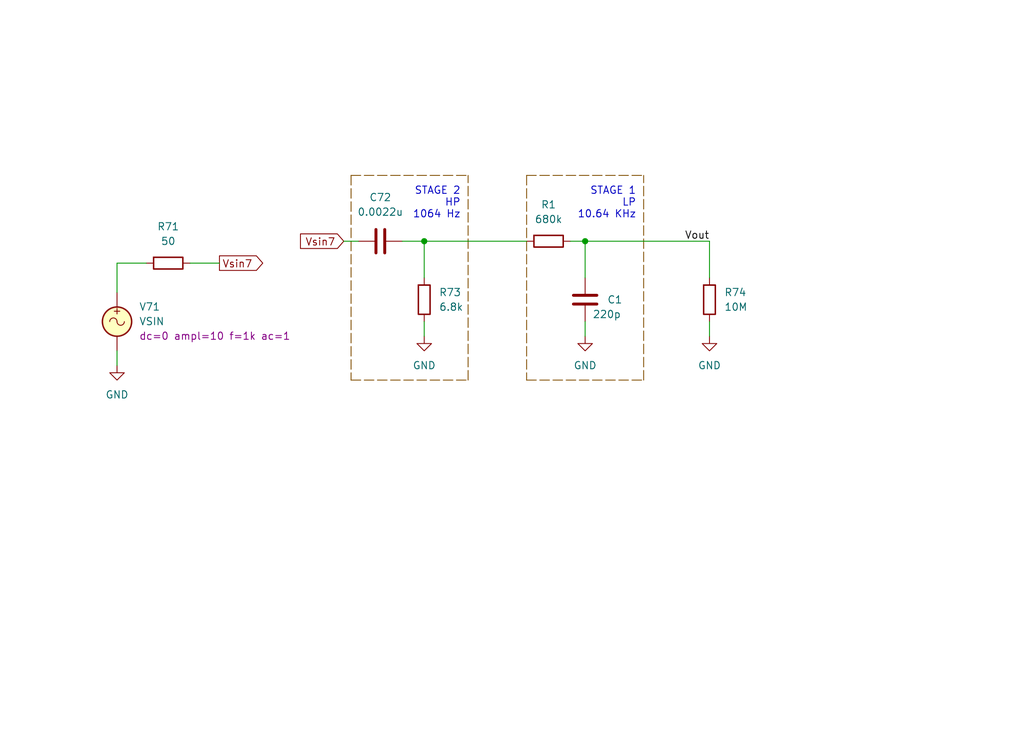
<source format=kicad_sch>
(kicad_sch (version 20230121) (generator eeschema)
  (paper "User" 177.8 127)
  (title_block (title "Two-Stage Passive Bandpass Filter") (date "2024-01-19") (rev "1") (company "Jim Horwitz & Mark Vaughn, Jork Incorporated"))
  (lib_symbols
    (symbol "Device:C" (pin_numbers hide) (pin_names (offset 0.254))
      (property "Reference" "C" (at 0.635 2.54 0))
      (property "Value" "C" (at 0.635 -2.54 0))
      (symbol "C_0_1"
        (polyline (pts (xy -2.032 -0.762) (xy 2.032 -0.762)) (stroke (width 0.508)))
        (polyline (pts (xy -2.032 0.762) (xy 2.032 0.762)) (stroke (width 0.508)))
      )
      (symbol "C_1_1"
        (pin passive line (at 0 3.81 270) (length 2.794) (name "~") (number "1"))
        (pin passive line (at 0 -3.81 90) (length 2.794) (name "~") (number "2"))
      )
    )
    (symbol "Device:R" (pin_numbers hide) (pin_names (offset 0))
      (property "Reference" "R" (at 2.032 0 90))
      (property "Value" "R" (at 0 0 90))
      (symbol "R_0_1"
        (rectangle (start -1.016 -2.54) (end 1.016 2.54) (stroke (width 0.254)))
      )
      (symbol "R_1_1"
        (pin passive line (at 0 3.81 270) (length 1.27) (name "~") (number "1"))
        (pin passive line (at 0 -3.81 90) (length 1.27) (name "~") (number "2"))
      )
    )
    (symbol "Simulation_SPICE:VSIN" (pin_numbers hide) (pin_names (offset 0.0254))
      (property "Reference" "V" (at 2.54 2.54 0))
      (property "Value" "VSIN" (at 2.54 0 0))
      (property "Sim.Params" "dc=0 ampl=1 f=1k ac=1" (at 2.54 -2.54 0))
      (symbol "VSIN_0_0"
        (arc (start 0 0) (mid -0.635 0.6323) (end -1.27 0))
        (arc (start 0 0) (mid 0.635 -0.6323) (end 1.27 0))
        (text "+" (at 0 1.905 0) (effects (font (size 1.27 1.27))))
      )
      (symbol "VSIN_0_1"
        (circle (center 0 0) (radius 2.54) (stroke (width 0.254)) (fill (type background)))
      )
      (symbol "VSIN_1_1"
        (pin passive line (at 0 5.08 270) (length 2.54) (name "~") (number "1"))
        (pin passive line (at 0 -5.08 90) (length 2.54) (name "~") (number "2"))
      )
    )
    (symbol "power:GND" (power) (pin_names (offset 0))
      (property "Value" "GND" (at 0 -3.81 0))
      (symbol "GND_0_1"
        (polyline (pts (xy 0 0) (xy 0 -1.27) (xy 1.27 -1.27) (xy 0 -2.54) (xy -1.27 -1.27) (xy 0 -1.27)))
      )
      (symbol "GND_1_1"
        (pin power_in line (at 0 0 270) (length 0) hide (name "GND") (number "1"))
      )
    )
  )
  (junction (at 101.6 41.91))
  (junction (at 73.66 41.91))
  (polyline (pts (xy 91.44 66.04) (xy 111.76 66.04)) (stroke (width 0) (type dash) (color 128 77 0 1)))
  (wire (pts (xy 62.23 41.91) (xy 59.69 41.91)))
  (wire (pts (xy 123.19 48.26) (xy 123.19 41.91)))
  (wire (pts (xy 73.66 41.91) (xy 91.44 41.91)))
  (wire (pts (xy 33.02 45.72) (xy 38.1 45.72)))
  (wire (pts (xy 123.19 55.88) (xy 123.19 58.42)))
  (polyline (pts (xy 60.96 30.48) (xy 60.96 66.04)) (stroke (width 0) (type dash) (color 128 77 0 1)))
  (wire (pts (xy 73.66 41.91) (xy 73.66 48.26)))
  (wire (pts (xy 101.6 41.91) (xy 101.6 48.26)))
  (polyline (pts (xy 60.96 66.04) (xy 81.28 66.04)) (stroke (width 0) (type dash) (color 128 77 0 1)))
  (wire (pts (xy 101.6 41.91) (xy 99.06 41.91)))
  (polyline (pts (xy 111.76 66.04) (xy 111.76 30.48)) (stroke (width 0) (type dash) (color 128 77 0 1)))
  (wire (pts (xy 20.32 45.72) (xy 20.32 50.8)))
  (wire (pts (xy 25.4 45.72) (xy 20.32 45.72)))
  (polyline (pts (xy 91.44 30.48) (xy 91.44 66.04)) (stroke (width 0) (type dash) (color 128 77 0 1)))
  (wire (pts (xy 101.6 41.91) (xy 123.19 41.91)))
  (wire (pts (xy 69.85 41.91) (xy 73.66 41.91)))
  (polyline (pts (xy 91.44 30.48) (xy 111.76 30.48)) (stroke (width 0) (type dash) (color 128 77 0 1)))
  (polyline (pts (xy 60.96 30.48) (xy 81.28 30.48)) (stroke (width 0) (type dash) (color 128 77 0 1)))
  (wire (pts (xy 73.66 55.88) (xy 73.66 58.42)))
  (polyline (pts (xy 81.28 66.04) (xy 81.28 30.48)) (stroke (width 0) (type dash) (color 128 77 0 1)))
  (wire (pts (xy 101.6 55.88) (xy 101.6 58.42)))
  (wire (pts (xy 20.32 60.96) (xy 20.32 63.5)))
  (text "STAGE 1\nLP\n10.64 KHz" (at 110.49 38.1 0) (effects (font (size 1.27 1.27)) (justify right bottom)))
  (text "STAGE 2\nHP\n1064 Hz" (at 80.01 38.1 0) (effects (font (size 1.27 1.27)) (justify right bottom)))
  (label "Vout" (at 123.19 41.91 180))
  (global_label "Vsin7" (shape input) (at 59.69 41.91 180) (property "Intersheetrefs" "${INTERSHEET_REFS}" (effects hide)))
  (global_label "Vsin7" (shape output) (at 38.1 45.72 0) (property "Intersheetrefs" "${INTERSHEET_REFS}" (effects hide)))
  (symbol (lib_id "power:GND") (at 73.66 58.42 0) (unit 1)
    (property "Reference" "#PWR08" (effects hide))
    (property "Value" "GND" (at 73.66 63.5 0))
  )
  (symbol (lib_id "power:GND") (at 101.6 58.42 0) (unit 1)
    (property "Reference" "#PWR07" (effects hide))
    (property "Value" "GND" (at 101.6 63.5 0))
  )
  (symbol (lib_id "Device:C") (at 101.6 52.07 0) (unit 1)
    (property "Reference" "C1" (at 105.41 52.07 0) (effects (justify left)))
    (property "Value" "220p" (at 102.87 54.61 0) (effects (justify left)))
  )
  (symbol (lib_id "Device:R") (at 123.19 52.07 180) (unit 1)
    (property "Reference" "R74" (at 125.73 50.8 0) (effects (justify right)))
    (property "Value" "10M" (at 125.73 53.34 0) (effects (justify right)))
  )
  (symbol (lib_id "Device:R") (at 95.25 41.91 90) (unit 1)
    (property "Reference" "R1" (at 95.25 35.56 90))
    (property "Value" "680k" (at 95.25 38.1 90))
  )
  (symbol (lib_id "Device:C") (at 66.04 41.91 90) (unit 1)
    (property "Reference" "C72" (at 66.04 34.29 90))
    (property "Value" "0.0022u" (at 66.04 36.83 90))
  )
  (symbol (lib_id "Device:R") (at 29.21 45.72 90) (unit 1)
    (property "Reference" "R71" (at 29.21 39.37 90))
    (property "Value" "50" (at 29.21 41.91 90))
  )
  (symbol (lib_id "power:GND") (at 123.19 58.42 0) (unit 1)
    (property "Reference" "#PWR010" (effects hide))
    (property "Value" "GND" (at 123.19 63.5 0))
  )
  (symbol (lib_id "Simulation_SPICE:VSIN") (at 20.32 55.88 0) (unit 1)
    (property "Reference" "V71" (at 24.13 53.3042 0) (effects (justify left)))
    (property "Value" "VSIN" (at 24.13 55.8442 0) (effects (justify left)))
    (property "Sim.Pins" "1=+ 2=-" (effects hide))
    (property "Sim.Params" "dc=0 ampl=10 f=1k ac=1" (at 24.13 58.3842 0) (effects (justify left)))
    (property "Sim.Type" "SIN" (effects hide))
    (property "Sim.Device" "V" (effects hide))
  )
  (symbol (lib_id "Device:R") (at 73.66 52.07 180) (unit 1)
    (property "Reference" "R73" (at 76.2 50.8 0) (effects (justify right)))
    (property "Value" "6.8k" (at 76.2 53.34 0) (effects (justify right)))
  )
  (symbol (lib_id "power:GND") (at 20.32 63.5 0) (unit 1)
    (property "Reference" "#PWR09" (effects hide))
    (property "Value" "GND" (at 20.32 68.58 0))
  )
)
</source>
